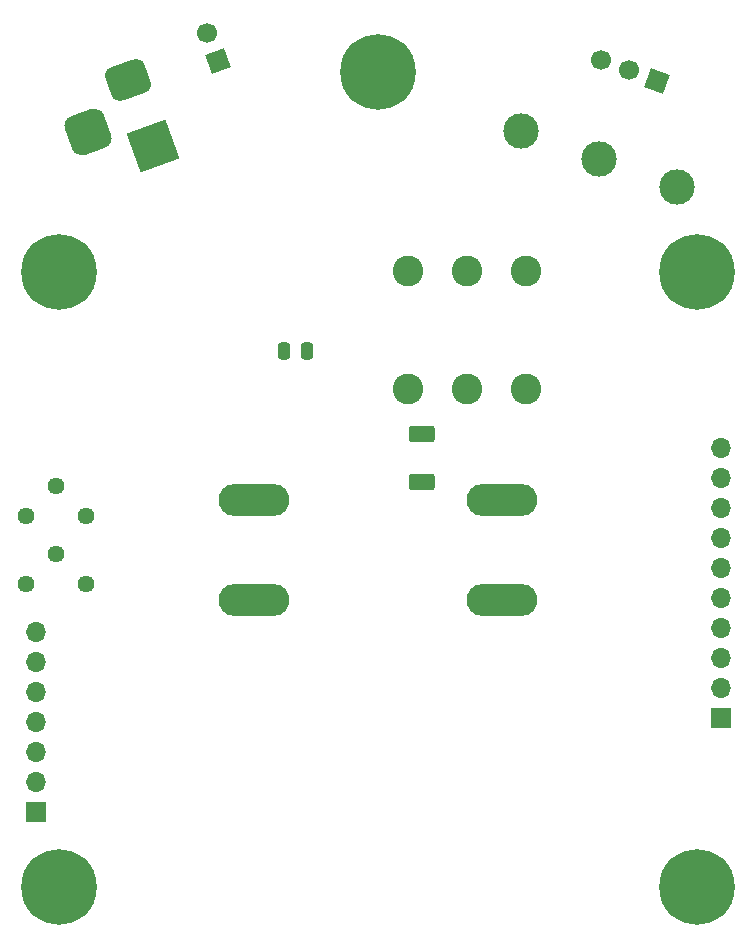
<source format=gbr>
%TF.GenerationSoftware,KiCad,Pcbnew,(6.0.0-0)*%
%TF.CreationDate,2022-03-12T23:19:40-06:00*%
%TF.ProjectId,SmartNeonPSU,536d6172-744e-4656-9f6e-5053552e6b69,rev?*%
%TF.SameCoordinates,Original*%
%TF.FileFunction,Soldermask,Bot*%
%TF.FilePolarity,Negative*%
%FSLAX46Y46*%
G04 Gerber Fmt 4.6, Leading zero omitted, Abs format (unit mm)*
G04 Created by KiCad (PCBNEW (6.0.0-0)) date 2022-03-12 23:19:40*
%MOMM*%
%LPD*%
G01*
G04 APERTURE LIST*
G04 Aperture macros list*
%AMRoundRect*
0 Rectangle with rounded corners*
0 $1 Rounding radius*
0 $2 $3 $4 $5 $6 $7 $8 $9 X,Y pos of 4 corners*
0 Add a 4 corners polygon primitive as box body*
4,1,4,$2,$3,$4,$5,$6,$7,$8,$9,$2,$3,0*
0 Add four circle primitives for the rounded corners*
1,1,$1+$1,$2,$3*
1,1,$1+$1,$4,$5*
1,1,$1+$1,$6,$7*
1,1,$1+$1,$8,$9*
0 Add four rect primitives between the rounded corners*
20,1,$1+$1,$2,$3,$4,$5,0*
20,1,$1+$1,$4,$5,$6,$7,0*
20,1,$1+$1,$6,$7,$8,$9,0*
20,1,$1+$1,$8,$9,$2,$3,0*%
%AMHorizOval*
0 Thick line with rounded ends*
0 $1 width*
0 $2 $3 position (X,Y) of the first rounded end (center of the circle)*
0 $4 $5 position (X,Y) of the second rounded end (center of the circle)*
0 Add line between two ends*
20,1,$1,$2,$3,$4,$5,0*
0 Add two circle primitives to create the rounded ends*
1,1,$1,$2,$3*
1,1,$1,$4,$5*%
%AMRotRect*
0 Rectangle, with rotation*
0 The origin of the aperture is its center*
0 $1 length*
0 $2 width*
0 $3 Rotation angle, in degrees counterclockwise*
0 Add horizontal line*
21,1,$1,$2,0,0,$3*%
G04 Aperture macros list end*
%ADD10C,3.000000*%
%ADD11C,0.800000*%
%ADD12C,6.400000*%
%ADD13O,6.000000X2.700000*%
%ADD14C,1.440000*%
%ADD15R,1.700000X1.700000*%
%ADD16O,1.700000X1.700000*%
%ADD17RotRect,1.700000X1.700000X200.000000*%
%ADD18HorizOval,1.700000X0.000000X0.000000X0.000000X0.000000X0*%
%ADD19RotRect,3.500000X3.500000X290.000000*%
%ADD20RoundRect,0.750000X-1.196208X0.362749X-0.683178X-1.046790X1.196208X-0.362749X0.683178X1.046790X0*%
%ADD21RoundRect,0.875000X-1.121499X0.522963X-0.522963X-1.121499X1.121499X-0.522963X0.522963X1.121499X0*%
%ADD22C,2.600000*%
%ADD23RotRect,1.700000X1.700000X250.000000*%
%ADD24HorizOval,1.700000X0.000000X0.000000X0.000000X0.000000X0*%
%ADD25RoundRect,0.250000X0.250000X0.475000X-0.250000X0.475000X-0.250000X-0.475000X0.250000X-0.475000X0*%
%ADD26RoundRect,0.249999X0.850001X-0.450001X0.850001X0.450001X-0.850001X0.450001X-0.850001X-0.450001X0*%
G04 APERTURE END LIST*
D10*
%TO.C,SW3*%
X175273283Y-71099620D03*
X168695435Y-68705479D03*
X162117586Y-66311338D03*
%TD*%
D11*
%TO.C,H4*%
X175302944Y-76602944D03*
X178697056Y-79997056D03*
X178697056Y-76602944D03*
X179400000Y-78300000D03*
X175302944Y-79997056D03*
X177000000Y-80700000D03*
X174600000Y-78300000D03*
X177000000Y-75900000D03*
D12*
X177000000Y-78300000D03*
%TD*%
D11*
%TO.C,H3*%
X178697056Y-128602944D03*
X175302944Y-128602944D03*
X177000000Y-127900000D03*
X174600000Y-130300000D03*
X175302944Y-131997056D03*
D12*
X177000000Y-130300000D03*
D11*
X178697056Y-131997056D03*
X177000000Y-132700000D03*
X179400000Y-130300000D03*
%TD*%
D13*
%TO.C,J6*%
X160500000Y-97550000D03*
X160500000Y-106050000D03*
%TD*%
D14*
%TO.C,RV2*%
X120225000Y-104675000D03*
X122765000Y-102135000D03*
X125305000Y-104675000D03*
%TD*%
D13*
%TO.C,J7*%
X139500000Y-106050000D03*
X139500000Y-97550000D03*
%TD*%
D11*
%TO.C,H2*%
X121302944Y-131997056D03*
X124697056Y-128602944D03*
X123000000Y-127900000D03*
X125400000Y-130300000D03*
X123000000Y-132700000D03*
X120600000Y-130300000D03*
X121302944Y-128602944D03*
D12*
X123000000Y-130300000D03*
D11*
X124697056Y-131997056D03*
%TD*%
D15*
%TO.C,J4*%
X121000000Y-124000000D03*
D16*
X121000000Y-121460000D03*
X121000000Y-118920000D03*
X121000000Y-116380000D03*
X121000000Y-113840000D03*
X121000000Y-111300000D03*
X121000000Y-108760000D03*
%TD*%
D17*
%TO.C,J2*%
X136404033Y-60383167D03*
D18*
X135535302Y-57996348D03*
%TD*%
D19*
%TO.C,J1*%
X130915038Y-67608002D03*
D20*
X128862917Y-61969846D03*
D21*
X125472422Y-66396419D03*
%TD*%
D22*
%TO.C,TR1*%
X162500000Y-78200000D03*
X157500000Y-78200000D03*
X152500000Y-78200000D03*
X152500000Y-88200000D03*
X157500000Y-88200000D03*
X162500000Y-88200000D03*
%TD*%
D11*
%TO.C,H5*%
X147600000Y-61300000D03*
X152400000Y-61300000D03*
X151697056Y-62997056D03*
X151697056Y-59602944D03*
X148302944Y-62997056D03*
D12*
X150000000Y-61300000D03*
D11*
X150000000Y-63700000D03*
X150000000Y-58900000D03*
X148302944Y-59602944D03*
%TD*%
%TO.C,H1*%
X121302944Y-79997056D03*
X123000000Y-75900000D03*
X124697056Y-79997056D03*
X125400000Y-78300000D03*
X120600000Y-78300000D03*
X124697056Y-76602944D03*
X121302944Y-76602944D03*
X123000000Y-80700000D03*
D12*
X123000000Y-78300000D03*
%TD*%
D14*
%TO.C,RV1*%
X120225000Y-98925000D03*
X122765000Y-96385000D03*
X125305000Y-98925000D03*
%TD*%
D23*
%TO.C,J5*%
X173612452Y-62048133D03*
D24*
X171225633Y-61179402D03*
X168838813Y-60310671D03*
%TD*%
D15*
%TO.C,J3*%
X179000000Y-116000000D03*
D16*
X179000000Y-113460000D03*
X179000000Y-110920000D03*
X179000000Y-108380000D03*
X179000000Y-105840000D03*
X179000000Y-103300000D03*
X179000000Y-100760000D03*
X179000000Y-98220000D03*
X179000000Y-95680000D03*
X179000000Y-93140000D03*
%TD*%
D25*
%TO.C,C2*%
X143950000Y-84950000D03*
X142050000Y-84950000D03*
%TD*%
D26*
%TO.C,C20*%
X153722317Y-96050000D03*
X153722317Y-91950000D03*
%TD*%
M02*

</source>
